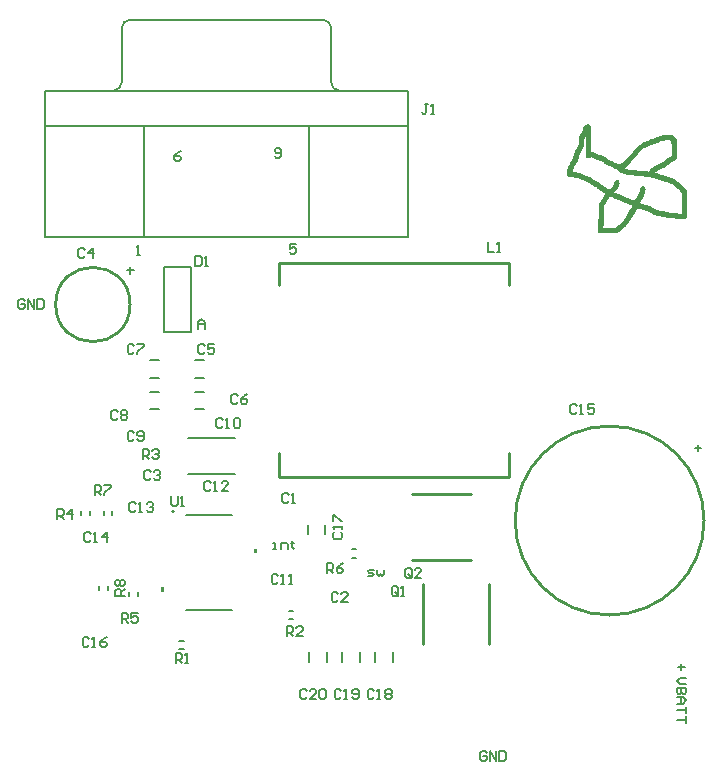
<source format=gto>
G04*
G04 #@! TF.GenerationSoftware,Altium Limited,Altium Designer,19.1.8 (144)*
G04*
G04 Layer_Color=65535*
%FSLAX25Y25*%
%MOIN*%
G70*
G01*
G75*
%ADD10C,0.01000*%
%ADD11C,0.00787*%
%ADD12C,0.00600*%
G36*
X375124Y224750D02*
X374124D01*
Y223250D01*
X375124D01*
Y224750D01*
D02*
G37*
G36*
X405120Y237545D02*
X406120D01*
Y236045D01*
X405120D01*
Y237545D01*
D02*
G37*
G36*
X516832Y379178D02*
X516869D01*
X516943Y379141D01*
X517165Y378956D01*
X517461Y378623D01*
Y369920D01*
X518128Y369772D01*
X518165D01*
X518313Y369735D01*
X518498Y369698D01*
X518683Y369624D01*
X518720D01*
X518832Y369550D01*
X518980Y369513D01*
X519091Y369439D01*
X519128Y369402D01*
X519276Y369328D01*
X519424Y369254D01*
X519572Y369217D01*
X519609D01*
X519683Y369180D01*
X519794Y369143D01*
X519905Y369032D01*
X519943Y368995D01*
X520091Y368921D01*
X520202Y368884D01*
X520387Y368847D01*
X520572Y368773D01*
X520831Y368736D01*
X520942D01*
X521165Y368698D01*
X521461Y368661D01*
X521720Y368550D01*
X521794Y368513D01*
X521942Y368402D01*
X522238Y368180D01*
X522424Y368032D01*
X522609Y367847D01*
X522646Y367810D01*
X522720Y367773D01*
X522942Y367587D01*
X523238Y367365D01*
X523423Y367291D01*
X523571Y367217D01*
X523608D01*
X523645Y367180D01*
X523757D01*
X523905Y367106D01*
X524275Y366958D01*
X524756Y366699D01*
X524793D01*
X524867Y366625D01*
X525016Y366588D01*
X525164Y366477D01*
X525534Y366291D01*
X525682Y366217D01*
X525793Y366143D01*
X525830D01*
X525867Y366106D01*
X525978Y366069D01*
X526126Y365995D01*
X526534Y365810D01*
X526608D01*
X526719Y365773D01*
X526904Y365736D01*
X527015Y365699D01*
X527089D01*
X527200Y365736D01*
X527274Y365810D01*
X527311Y365847D01*
X527423Y365921D01*
X527608Y366032D01*
X527793Y366143D01*
X527867Y366180D01*
X527941Y366254D01*
X528089Y366403D01*
X528311Y366588D01*
X528570Y366847D01*
X528904Y367180D01*
X529311Y367625D01*
X529348Y367699D01*
X529533Y367847D01*
X529755Y368106D01*
X530052Y368402D01*
X530348Y368773D01*
X530718Y369180D01*
X531422Y369994D01*
X531459Y370031D01*
X531570Y370143D01*
X531718Y370328D01*
X531940Y370587D01*
X532162Y370846D01*
X532459Y371179D01*
X533125Y371846D01*
X533162Y371883D01*
X533273Y371994D01*
X533458Y372142D01*
X533644Y372327D01*
X534088Y372661D01*
X534310Y372809D01*
X534458Y372883D01*
X534495D01*
X534569Y372920D01*
X534680Y372957D01*
X534829Y373031D01*
X535014Y373105D01*
X535236Y373179D01*
X535532Y373290D01*
X535569D01*
X535680Y373364D01*
X535865Y373438D01*
X536088Y373549D01*
X536384Y373660D01*
X536680Y373809D01*
X537347Y374105D01*
X537384D01*
X537421Y374142D01*
X537532D01*
X537680Y374179D01*
X537717D01*
X537828Y374216D01*
X537976Y374253D01*
X538161Y374290D01*
X538198D01*
X538309Y374327D01*
X538457Y374364D01*
X538680Y374401D01*
X538717Y374438D01*
X538865Y374475D01*
X539013Y374586D01*
X539161Y374697D01*
X539198D01*
X539235Y374734D01*
X539457Y374845D01*
X539753Y374993D01*
X540087Y375142D01*
X540124D01*
X540161Y375179D01*
X540383Y375253D01*
X540605Y375290D01*
X540864Y375327D01*
X541012D01*
X541124Y375364D01*
X541198Y375401D01*
X541235D01*
X541309Y375438D01*
X541457Y375475D01*
X541938D01*
X542086Y375512D01*
X544753D01*
X546012Y373994D01*
X546086Y367736D01*
X545715Y367328D01*
X545678Y367291D01*
X545641Y367254D01*
X545419Y367032D01*
X545382D01*
X545345Y366958D01*
X545197Y366884D01*
X545160Y366847D01*
X545012Y366810D01*
X544827Y366699D01*
X544604Y366551D01*
X544567Y366514D01*
X544419Y366440D01*
X544271Y366366D01*
X544086Y366254D01*
X544012Y366217D01*
X543938Y366143D01*
X543790Y366032D01*
X543753Y365995D01*
X543642Y365921D01*
X543494Y365847D01*
X543345Y365699D01*
X543308Y365662D01*
X543234Y365625D01*
X543123Y365514D01*
X542975Y365403D01*
X542605Y365107D01*
X542198Y364810D01*
X542161D01*
X542123Y364773D01*
X541864Y364625D01*
X541568Y364477D01*
X541235Y364366D01*
X541161Y364329D01*
X541050Y364292D01*
X540939Y364255D01*
X540753Y364181D01*
X540531Y364070D01*
X540235Y363922D01*
X539939Y363773D01*
X539902Y363736D01*
X539790Y363699D01*
X539642Y363625D01*
X539457Y363514D01*
X539087Y363255D01*
X538902Y363144D01*
X538791Y363033D01*
X538754Y362996D01*
X538717Y362959D01*
X538643Y362885D01*
Y362848D01*
X539161D01*
X539309Y362811D01*
X539494Y362737D01*
X539531D01*
X539679Y362700D01*
X539865Y362626D01*
X540050Y362514D01*
X540087Y362477D01*
X540235Y362440D01*
X540383Y362366D01*
X540568Y362292D01*
X540605D01*
X540679Y362255D01*
X540790Y362218D01*
X540901Y362181D01*
X540976D01*
X541124Y362144D01*
X541272Y362107D01*
X542568Y361737D01*
X542642Y361700D01*
X542753Y361663D01*
X542975Y361589D01*
X543160Y361552D01*
X543234D01*
X543420Y361478D01*
X543716Y361403D01*
X544049Y361292D01*
X544086D01*
X544123Y361255D01*
X544345Y361218D01*
X544641Y361107D01*
X544901Y360996D01*
X544938Y360959D01*
X545012Y360922D01*
X545123Y360848D01*
X545234Y360811D01*
X545308D01*
X545382Y360737D01*
X545493Y360663D01*
X545530Y360626D01*
X545604Y360589D01*
X545715Y360478D01*
X545826Y360330D01*
X545863Y360293D01*
X545974Y360219D01*
X546197Y359996D01*
X546234D01*
X546308Y359959D01*
X546382Y359922D01*
X546419Y359885D01*
X546493Y359848D01*
X546567Y359811D01*
X546715Y359737D01*
X546863Y359589D01*
X547086Y359404D01*
X547345Y359182D01*
X547678Y358886D01*
X547715Y358849D01*
X547826Y358737D01*
X547974Y358589D01*
X548196Y358404D01*
X548604Y357960D01*
X548752Y357775D01*
X548900Y357589D01*
X548937Y357552D01*
X549011Y357404D01*
X549122Y357219D01*
X549270Y357034D01*
X549307D01*
X549344Y356960D01*
Y356849D01*
X549381Y356738D01*
X549418Y356553D01*
Y356293D01*
Y356256D01*
Y356145D01*
X549455Y355923D01*
Y355553D01*
Y355331D01*
Y355071D01*
X549492Y354775D01*
Y354442D01*
Y354035D01*
Y353627D01*
Y353146D01*
Y352590D01*
Y348332D01*
X548789Y347628D01*
X546086D01*
X545641Y347665D01*
X545567D01*
X545345Y347702D01*
X545086Y347740D01*
X544864Y347777D01*
X544827D01*
X544715Y347814D01*
X544530Y347851D01*
X544271Y347888D01*
X544197D01*
X544049Y347925D01*
X543494D01*
X543345Y347962D01*
X543086D01*
X542790Y347999D01*
X542716D01*
X542531Y348036D01*
X542272Y348110D01*
X541975Y348147D01*
X541901Y348184D01*
X541753Y348221D01*
X541531Y348258D01*
X541272Y348295D01*
X541235D01*
X541087Y348332D01*
X540901Y348369D01*
X540642D01*
X540457Y348406D01*
X540272Y348443D01*
X540235D01*
X540124Y348480D01*
X539939Y348554D01*
X539753Y348591D01*
X539716D01*
X539605Y348628D01*
X539420Y348665D01*
X539235Y348702D01*
X539198D01*
X539087Y348739D01*
X538939Y348776D01*
X538680D01*
X538531Y348813D01*
X538457Y348887D01*
Y348924D01*
X538383Y348961D01*
X538309Y348998D01*
X538161D01*
X538087Y349036D01*
X537939Y349147D01*
X537754Y349295D01*
X537680Y349369D01*
X537606Y349406D01*
X537495Y349517D01*
X537310Y349628D01*
X537124Y349739D01*
X536865Y349850D01*
X536532Y349998D01*
X536495Y350035D01*
X536384Y350072D01*
X536199Y350146D01*
X535939Y350220D01*
X535643Y350332D01*
X535347Y350443D01*
X534606Y350665D01*
X534569D01*
X534421Y350702D01*
X534236Y350776D01*
X534051Y350813D01*
X534014D01*
X533903Y350850D01*
X533644Y350998D01*
X533606Y351035D01*
X533495Y351072D01*
X533347Y351109D01*
X533236Y351146D01*
X533199D01*
X533125Y351109D01*
X532977Y350961D01*
X532866Y350850D01*
X532755Y350702D01*
X532718Y350628D01*
X532644Y350517D01*
X532570Y350406D01*
X532459Y350220D01*
X532310Y349998D01*
X532162Y349776D01*
X532014Y349480D01*
X531607Y348702D01*
X531570Y348628D01*
X531496Y348517D01*
X531385Y348369D01*
X531311Y348258D01*
X531274Y348221D01*
X531200Y348110D01*
X531125Y347962D01*
X531051Y347851D01*
X531014Y347777D01*
X530940Y347702D01*
X530829Y347554D01*
X530089Y346480D01*
X529792Y346036D01*
Y345999D01*
X529718Y345925D01*
X529607Y345740D01*
X529422Y345555D01*
X529385Y345518D01*
X529237Y345370D01*
X529015Y345184D01*
X528793Y344962D01*
X526830Y343333D01*
X526793D01*
X526756Y343259D01*
X526571Y343111D01*
X526349Y342963D01*
X526275Y342888D01*
X526200Y342851D01*
X526126D01*
X525978Y342814D01*
X525756D01*
X525571Y342777D01*
X524830D01*
X524497Y342740D01*
X520276D01*
X519943Y343037D01*
X519905Y343074D01*
X519831Y343185D01*
X519757Y343296D01*
X519720Y343444D01*
Y343481D01*
Y343629D01*
Y343851D01*
Y344037D01*
Y344259D01*
X519794Y345036D01*
X519868Y345777D01*
Y345851D01*
Y345925D01*
X519905Y346073D01*
Y346258D01*
Y346480D01*
X519943Y346777D01*
Y347147D01*
Y347184D01*
Y347332D01*
Y347554D01*
X519979Y347888D01*
Y348258D01*
Y348665D01*
Y349147D01*
Y349628D01*
Y352813D01*
X520461Y353220D01*
X520498Y353257D01*
X520572Y353331D01*
X520683Y353479D01*
X520794Y353664D01*
X520831Y353701D01*
X520905Y353812D01*
X521016Y353960D01*
X521090Y354109D01*
X521127Y354146D01*
X521165Y354220D01*
X521313Y354479D01*
X521350Y354516D01*
X521387Y354590D01*
X521461Y354701D01*
X521535Y354775D01*
X521572Y354812D01*
X521683Y354923D01*
X521757Y355071D01*
X521794Y355257D01*
Y355294D01*
X521831Y355442D01*
X521905Y355590D01*
X522016Y355775D01*
X522238Y356034D01*
X521127Y356664D01*
X521090Y356701D01*
X521016Y356738D01*
X520868Y356849D01*
X520683Y356960D01*
X520646Y356997D01*
X520498Y357108D01*
X520276Y357256D01*
X520053Y357478D01*
X519979Y357515D01*
X519831Y357663D01*
X519609Y357849D01*
X519313Y358034D01*
X519239Y358071D01*
X519054Y358219D01*
X518832Y358330D01*
X518572Y358478D01*
X518535Y358515D01*
X518387Y358589D01*
X518202Y358663D01*
X517980Y358774D01*
X517943Y358811D01*
X517832Y358886D01*
X517684Y358960D01*
X517610Y359034D01*
X517535Y359108D01*
X517424Y359145D01*
X517313Y359256D01*
X517128Y359367D01*
X516906Y359478D01*
X516647Y359626D01*
X516351Y359774D01*
X516314Y359811D01*
X516202Y359848D01*
X516054Y359922D01*
X515832Y360033D01*
X515351Y360256D01*
X514795Y360441D01*
X514758D01*
X514610Y360515D01*
X514425Y360552D01*
X514166Y360663D01*
X514092Y360700D01*
X513944Y360774D01*
X513721Y360885D01*
X513462Y360996D01*
X513425D01*
X513388Y361033D01*
X513166Y361144D01*
X512870Y361218D01*
X512610Y361292D01*
X512536D01*
X512462Y361330D01*
X512166D01*
X511944Y361367D01*
X510463D01*
X510278Y361403D01*
X510129D01*
X510018Y361441D01*
X509870Y361515D01*
X509722Y361663D01*
X509685Y361700D01*
X509648Y361811D01*
X509500Y362070D01*
Y362107D01*
Y362255D01*
Y362477D01*
Y362663D01*
Y362848D01*
Y362922D01*
X509537Y363070D01*
Y363329D01*
X509574Y363662D01*
X509722Y364366D01*
X509833Y364662D01*
X509944Y364958D01*
X510315Y365699D01*
Y365736D01*
X510352Y365773D01*
X510426Y365921D01*
X510537Y366143D01*
X510611Y366329D01*
X511092Y367069D01*
X511129Y367106D01*
X511166Y367217D01*
X511240Y367365D01*
X511351Y367550D01*
X511537Y367995D01*
X511574Y368254D01*
X511611Y368513D01*
Y368550D01*
Y368661D01*
X511648Y368810D01*
X511722Y368995D01*
X511759Y369069D01*
X511796Y369143D01*
X511833Y369291D01*
X511981Y369735D01*
Y369772D01*
X512018Y369883D01*
X512092Y370069D01*
X512203Y370291D01*
X512240Y370365D01*
X512351Y370513D01*
X512462Y370735D01*
X512610Y370994D01*
X512647Y371031D01*
X512722Y371142D01*
X512796Y371290D01*
X512907Y371476D01*
X513166Y371920D01*
X513240Y372142D01*
X513314Y372327D01*
Y372364D01*
X513351Y372439D01*
Y372550D01*
X513388Y372698D01*
X513425Y372920D01*
X513462Y373216D01*
X513499Y373549D01*
Y373957D01*
Y373994D01*
Y374105D01*
Y374253D01*
X513536Y374475D01*
Y374883D01*
X513573Y375068D01*
Y375216D01*
Y375290D01*
X513647Y375401D01*
X513721Y375549D01*
X513833Y375697D01*
X513869Y375771D01*
X513981Y375919D01*
X514129Y376216D01*
X514314Y376586D01*
Y376623D01*
X514351Y376697D01*
X514425Y376808D01*
X514499Y376956D01*
X514647Y377326D01*
X514795Y377808D01*
X514832Y377882D01*
X514906Y378030D01*
X515018Y378252D01*
X515203Y378511D01*
X515388Y378771D01*
X515684Y378993D01*
X515980Y379141D01*
X516351Y379215D01*
X516684D01*
X516832Y379178D01*
D02*
G37*
%LPC*%
G36*
X543938Y373846D02*
X542901Y373772D01*
X542679D01*
X542531Y373734D01*
X542123Y373697D01*
X541642Y373623D01*
X541124Y373512D01*
X540568Y373364D01*
X540087Y373142D01*
X539679Y372883D01*
X539605Y372846D01*
X539531Y372809D01*
X539383Y372735D01*
X539346D01*
X539235Y372698D01*
X539087Y372661D01*
X538865Y372624D01*
X538828D01*
X538680Y372587D01*
X538494Y372550D01*
X538272Y372476D01*
X538235D01*
X538087Y372401D01*
X537902Y372327D01*
X537717Y372253D01*
X536532Y371809D01*
X536051Y371550D01*
X536014D01*
X535865Y371476D01*
X535717Y371402D01*
X535532Y371328D01*
X535495D01*
X535421Y371290D01*
X535310Y371253D01*
X535162D01*
X535014Y371179D01*
X534866Y371105D01*
X534717Y370994D01*
X534569Y370846D01*
X534347Y370661D01*
X534310Y370624D01*
X534273Y370587D01*
X534051Y370328D01*
X533755Y370031D01*
X533495Y369735D01*
X533458Y369661D01*
X533384Y369550D01*
X533236Y369402D01*
X533051Y369143D01*
X532792Y368847D01*
X532422Y368439D01*
X531977Y367958D01*
X531903Y367884D01*
X531755Y367736D01*
X531496Y367439D01*
X531163Y367106D01*
X530792Y366662D01*
X530348Y366217D01*
X529385Y365218D01*
X528570Y364329D01*
X528904Y364218D01*
X528941D01*
X529015Y364181D01*
X529163Y364144D01*
X529459Y364107D01*
X529830Y364033D01*
X530089Y363996D01*
X530385Y363959D01*
X530718Y363922D01*
X531088Y363884D01*
X531496Y363810D01*
X531977Y363773D01*
X532866Y363699D01*
X532940D01*
X533125Y363662D01*
X533384Y363625D01*
X533569Y363588D01*
X533606D01*
X533755Y363551D01*
X533977D01*
X534236Y363514D01*
X534495D01*
X534717Y363477D01*
X534977D01*
X535717Y363440D01*
X535939D01*
X536088Y363403D01*
X536310D01*
X536421Y363366D01*
X536606Y363329D01*
X536754D01*
X536791Y363366D01*
X536828Y363440D01*
X536902Y363551D01*
X536939Y363588D01*
X536976Y363699D01*
X537013Y363847D01*
Y363959D01*
Y363996D01*
X537050Y364033D01*
X537124Y364107D01*
X537235Y364255D01*
X537421Y364403D01*
X537717Y364588D01*
X538087Y364847D01*
X538606Y365107D01*
X539457Y365551D01*
X539902Y365810D01*
X539939Y365847D01*
X540087Y365921D01*
X540235Y365995D01*
X540420Y366032D01*
X540457D01*
X540605Y366106D01*
X540864Y366180D01*
X541198Y366366D01*
X541235D01*
X541309Y366440D01*
X541420Y366477D01*
X541531Y366588D01*
X541901Y366847D01*
X542272Y367180D01*
X542753Y367587D01*
X542790Y367625D01*
X542864Y367662D01*
X542938Y367699D01*
X543012Y367736D01*
X543086D01*
X543160Y367773D01*
X543271Y367847D01*
X543753Y368143D01*
X544382Y368513D01*
X544345Y370846D01*
Y370920D01*
Y371105D01*
Y371365D01*
X544308Y371661D01*
Y372364D01*
X544271Y372661D01*
Y372883D01*
Y372920D01*
Y372957D01*
X544234Y373142D01*
X544197Y373364D01*
X544160Y373438D01*
X544123Y373512D01*
X543938Y373846D01*
D02*
G37*
G36*
X515721Y375216D02*
X515499Y374993D01*
X515462Y374956D01*
X515425Y374883D01*
X515351Y374771D01*
X515314Y374549D01*
Y374475D01*
Y374401D01*
X515277Y374290D01*
Y374142D01*
Y373920D01*
X515240Y373660D01*
Y373364D01*
Y373327D01*
Y373179D01*
X515203Y372994D01*
X515166Y372772D01*
X515092Y372216D01*
X515018Y371957D01*
X514980Y371698D01*
Y371661D01*
X514943Y371624D01*
X514906Y371365D01*
X514795Y371068D01*
X514610Y370772D01*
X514573Y370735D01*
X514536Y370661D01*
X514462Y370550D01*
X514351Y370365D01*
X514203Y370143D01*
X514055Y369883D01*
X513907Y369587D01*
X513721Y369254D01*
Y369217D01*
X513647Y369106D01*
X513610Y368921D01*
X513536Y368698D01*
X513388Y368180D01*
X513351Y367921D01*
X513314Y367699D01*
Y367662D01*
Y367587D01*
X513240Y367439D01*
X513166Y367254D01*
X513129Y367217D01*
X513092Y367069D01*
X512981Y366847D01*
X512870Y366625D01*
X512833Y366588D01*
X512796Y366440D01*
X512685Y366254D01*
X512573Y366032D01*
X512425Y365736D01*
X512240Y365440D01*
X511907Y364810D01*
Y364773D01*
X511833Y364699D01*
X511759Y364551D01*
X511685Y364403D01*
X511537Y364033D01*
X511463Y363884D01*
X511426Y363736D01*
X511314Y363292D01*
Y363218D01*
X511388Y363181D01*
X511500Y363107D01*
X511537D01*
X511722Y363070D01*
X512018D01*
X512203Y363033D01*
X512722D01*
X512907Y362996D01*
X513240Y362959D01*
X513388D01*
X513536Y362922D01*
X513610D01*
X513721Y362885D01*
X513907Y362848D01*
X514055Y362737D01*
X514092Y362700D01*
X514203Y362663D01*
X514351Y362551D01*
X514573Y362440D01*
X514647Y362403D01*
X514795Y362366D01*
X514980Y362292D01*
X515240Y362218D01*
X516240Y361848D01*
X516277D01*
X516425Y361774D01*
X516610Y361700D01*
X516832Y361626D01*
X516869D01*
X516943Y361589D01*
X517054Y361515D01*
X517202Y361403D01*
X518091Y360848D01*
X518128Y360811D01*
X518239Y360737D01*
X518387Y360626D01*
X518572Y360515D01*
X518646Y360478D01*
X518720Y360404D01*
X518832Y360330D01*
X518869D01*
X518980Y360256D01*
X519202Y360144D01*
X519239D01*
X519313Y360107D01*
X519461Y360070D01*
X519609Y359959D01*
X519646D01*
X519757Y359885D01*
X519905Y359811D01*
X520016Y359700D01*
X520053Y359663D01*
X520202Y359515D01*
X520350Y359404D01*
X520461Y359330D01*
X520498D01*
X520609Y359256D01*
X520757Y359145D01*
X521053Y358960D01*
X521090Y358923D01*
X521202Y358849D01*
X521350Y358737D01*
X521535Y358589D01*
X521757Y358404D01*
X522053Y358219D01*
X522646Y357812D01*
X522683Y357775D01*
X522794Y357738D01*
X522942Y357663D01*
X523127Y357589D01*
X523497Y357404D01*
X523682Y357367D01*
X523794D01*
X523831Y357404D01*
X523868Y357478D01*
X523979Y357589D01*
X524090Y357738D01*
X524719Y358441D01*
X524756Y358478D01*
X524830Y358589D01*
X524941Y358737D01*
X525016Y358923D01*
X525053Y358960D01*
X525090Y359071D01*
X525127Y359219D01*
X525201Y359441D01*
Y359478D01*
X525238Y359626D01*
X525275Y359811D01*
X525386Y360033D01*
X525497Y360219D01*
X525682Y360441D01*
X525904Y360552D01*
X526163Y360626D01*
X526200D01*
X526349Y360589D01*
X526497Y360552D01*
X526682Y360404D01*
X526830Y360219D01*
X526941Y359922D01*
X526978Y359478D01*
X526941Y359219D01*
X526904Y358923D01*
Y358886D01*
Y358849D01*
X526830Y358626D01*
X526756Y358367D01*
X526608Y358071D01*
X526571Y357997D01*
X526460Y357849D01*
X526238Y357552D01*
X525904Y357145D01*
X525238Y356367D01*
X525497Y356330D01*
X525534D01*
X525608Y356293D01*
X525719Y356256D01*
X525904Y356182D01*
X526423Y355923D01*
X526460D01*
X526608Y355849D01*
X526793Y355775D01*
X526978Y355701D01*
X527015D01*
X527163Y355664D01*
X527311Y355627D01*
X527460Y355590D01*
X527534Y355553D01*
X527682Y355516D01*
X527830Y355405D01*
X527978Y355294D01*
X528015Y355257D01*
X528089Y355220D01*
X528348Y355071D01*
X528756Y354886D01*
X528793Y354849D01*
X528941Y354812D01*
X529089Y354701D01*
X529311Y354590D01*
X529385Y354553D01*
X529496Y354516D01*
X529644Y354479D01*
X529792Y354442D01*
X529867D01*
X529941Y354405D01*
X530052Y354368D01*
X530237Y354331D01*
X530459Y354257D01*
X530755Y354109D01*
X531125Y353960D01*
X531163D01*
X531311Y353886D01*
X531533Y353812D01*
X531792Y353738D01*
X532014D01*
X532125Y353849D01*
X532162Y353886D01*
X532273Y354035D01*
X532347Y354146D01*
X532459Y354331D01*
X532607Y354516D01*
X532755Y354775D01*
Y354812D01*
X532792Y354849D01*
X532903Y355034D01*
X533051Y355331D01*
X533236Y355701D01*
X533421Y356071D01*
X533569Y356479D01*
X533681Y356886D01*
X533755Y357256D01*
Y357293D01*
Y357404D01*
X533792Y357515D01*
X533829Y357589D01*
X533866D01*
X533903Y357663D01*
X533940Y357700D01*
Y357812D01*
Y357849D01*
X533977Y357960D01*
X534088Y358108D01*
X534236Y358256D01*
X534273Y358293D01*
X534421Y358367D01*
X534569Y358441D01*
X534792Y358478D01*
X534940D01*
X535051Y358441D01*
X535236Y358367D01*
X535384Y358219D01*
X535495Y358071D01*
X535606Y357812D01*
X535643Y357478D01*
Y357441D01*
Y357330D01*
X535606Y357034D01*
Y356997D01*
X535569Y356960D01*
X535495Y356812D01*
X535458Y356738D01*
Y356627D01*
X535421Y356404D01*
Y356367D01*
Y356219D01*
X535384Y356071D01*
X535310Y355960D01*
X535273Y355886D01*
X535236Y355812D01*
Y355701D01*
Y355664D01*
X535199Y355590D01*
X535162Y355405D01*
X535051Y355183D01*
X535014Y355108D01*
X534940Y354960D01*
X534866Y354775D01*
X534717Y354516D01*
X534125Y353590D01*
X534088Y353516D01*
X534014Y353368D01*
X533903Y353183D01*
X533829Y352998D01*
Y352961D01*
Y352924D01*
X533866Y352850D01*
X533940Y352813D01*
X533977D01*
X534051Y352776D01*
X534199Y352738D01*
X534421Y352627D01*
X534495Y352590D01*
X534643Y352553D01*
X534792Y352479D01*
X534940Y352442D01*
X535014D01*
X535088Y352405D01*
X535199Y352368D01*
X535384Y352331D01*
X535569Y352257D01*
X535828Y352183D01*
X536162Y352072D01*
X536199D01*
X536310Y352035D01*
X536495Y351961D01*
X536717Y351887D01*
X537198Y351702D01*
X537717Y351480D01*
X537754Y351443D01*
X537865Y351405D01*
X538013Y351294D01*
X538198Y351183D01*
X538235D01*
X538346Y351109D01*
X538457Y351035D01*
X538531Y350924D01*
X538568Y350887D01*
X538680Y350813D01*
X538828Y350739D01*
X538939Y350702D01*
X539050D01*
X539124Y350665D01*
X539198Y350591D01*
X539272Y350554D01*
X539420Y350517D01*
X539679D01*
X539790Y350480D01*
X539939Y350443D01*
X539976D01*
X540087Y350406D01*
X540235Y350369D01*
X540420Y350294D01*
X540457D01*
X540568Y350220D01*
X540716Y350183D01*
X540939Y350109D01*
X541124D01*
X541309Y350072D01*
X541790D01*
X542012Y350035D01*
X542123Y349998D01*
X542198Y349961D01*
X542235D01*
X542346Y349887D01*
X542457Y349850D01*
X542605Y349813D01*
X542753Y349776D01*
X542975Y349739D01*
X543086D01*
X543234Y349702D01*
X543382D01*
X543827Y349665D01*
X544790D01*
X545049Y349628D01*
X545123D01*
X545234Y349591D01*
X545382Y349554D01*
X545530Y349517D01*
X545567D01*
X545641Y349480D01*
X545826Y349443D01*
X546049Y349369D01*
X546308D01*
X546567Y349332D01*
X547752D01*
Y352664D01*
Y352701D01*
Y352738D01*
Y352850D01*
Y352998D01*
Y353368D01*
Y353775D01*
Y354257D01*
Y354701D01*
X547715Y355108D01*
Y355442D01*
Y355479D01*
Y355553D01*
Y355812D01*
X547678Y356034D01*
X547641Y356108D01*
X547604Y356145D01*
Y356182D01*
X547530Y356256D01*
X547456Y356441D01*
Y356479D01*
X547345Y356627D01*
X547271Y356738D01*
X547159Y356849D01*
X547011Y357034D01*
X546789Y357256D01*
X546752Y357293D01*
X546678Y357367D01*
X546567Y357478D01*
X546419Y357627D01*
X546086Y357960D01*
X545715Y358256D01*
X545308Y358515D01*
X544901Y358886D01*
X544827Y358923D01*
X544678Y359071D01*
X544345Y359219D01*
X544160Y359330D01*
X543901Y359441D01*
X543864D01*
X543790Y359478D01*
X543642Y359552D01*
X543494Y359589D01*
X543049Y359737D01*
X542568Y359848D01*
X541975Y359996D01*
X541309Y360219D01*
X541272Y360256D01*
X541124Y360293D01*
X540939Y360367D01*
X540716Y360441D01*
X540679D01*
X540568Y360478D01*
X540457Y360515D01*
X540272D01*
X540161Y360552D01*
X540013Y360589D01*
X539976D01*
X539865Y360626D01*
X539716Y360700D01*
X539531Y360774D01*
X539494Y360811D01*
X539383Y360848D01*
X539161Y360922D01*
X538902Y360996D01*
X538828Y361033D01*
X538643Y361070D01*
X538383Y361144D01*
X538087Y361218D01*
X537087Y361367D01*
X536162Y361552D01*
X536088Y361589D01*
X535902Y361626D01*
X535606Y361663D01*
X535273Y361737D01*
X535199D01*
X534977Y361774D01*
X534717Y361811D01*
X533940D01*
X533644Y361848D01*
X533569D01*
X533421Y361885D01*
X533199D01*
X532977Y361922D01*
X532940D01*
X532792Y361959D01*
X532570D01*
X532236Y361996D01*
X531348Y362107D01*
X531274D01*
X531088Y362144D01*
X530792Y362181D01*
X530422Y362218D01*
X529607Y362292D01*
X529237Y362366D01*
X528904Y362403D01*
X528867D01*
X528793Y362440D01*
X528645Y362477D01*
X528496Y362514D01*
X528200Y362589D01*
X528052Y362663D01*
X527978Y362700D01*
X527941Y362737D01*
X527904Y362774D01*
X527793Y362811D01*
X527719Y362848D01*
X527682D01*
X527608Y362922D01*
X527423Y362996D01*
X527163Y363181D01*
X527089Y363218D01*
X526941Y363366D01*
X526719Y363551D01*
X526497Y363736D01*
X526460Y363773D01*
X526349Y363884D01*
X526200Y363959D01*
X526089Y363996D01*
X526052D01*
X526015Y364033D01*
X525904Y364070D01*
X525756Y364107D01*
X525423Y364255D01*
X524756Y364662D01*
X524719D01*
X524645Y364736D01*
X524497Y364810D01*
X524349Y364884D01*
X523905Y365070D01*
X523460Y365292D01*
X523423D01*
X523349Y365329D01*
X523127Y365440D01*
X522868Y365551D01*
X522757Y365588D01*
X522683Y365625D01*
X522646D01*
X522609Y365662D01*
X522461Y365699D01*
X522275Y365810D01*
X522238Y365847D01*
X522127Y365958D01*
X521942Y366106D01*
X521720Y366291D01*
X521683Y366329D01*
X521646Y366366D01*
X521424Y366551D01*
X521165Y366736D01*
X520942Y366884D01*
X520905Y366921D01*
X520757Y366958D01*
X520535Y366995D01*
X520239Y367032D01*
X520165D01*
X519979Y367069D01*
X519757Y367106D01*
X519498Y367180D01*
X519461Y367217D01*
X519313Y367254D01*
X519091Y367402D01*
X518832Y367550D01*
X518794Y367587D01*
X518720Y367625D01*
X518572Y367699D01*
X518424Y367773D01*
X518054Y367958D01*
X517721Y368069D01*
X517647D01*
X517498Y368106D01*
X517313Y368069D01*
X517128Y367958D01*
X517091Y367921D01*
X516980Y367847D01*
X516832Y367773D01*
X516573Y367736D01*
X516536D01*
X516388Y367773D01*
X516202Y367847D01*
X516017Y367958D01*
X515721Y368217D01*
Y375216D01*
D02*
G37*
G36*
X523868Y354886D02*
X523682D01*
X523571Y354812D01*
X523497Y354701D01*
Y354664D01*
X523460Y354553D01*
X523423Y354442D01*
X523312Y354294D01*
X523275Y354220D01*
X523127Y354035D01*
X522942Y353701D01*
X522905Y353627D01*
X522831Y353479D01*
X522720Y353294D01*
X522609Y353072D01*
X522572Y353035D01*
X522498Y352887D01*
X522349Y352701D01*
X522127Y352442D01*
X521757Y351961D01*
X521683Y348369D01*
X521646Y345814D01*
Y345777D01*
Y345629D01*
Y345481D01*
X521609Y345258D01*
Y345036D01*
X521572Y344851D01*
X521535Y344703D01*
X521498Y344592D01*
Y344518D01*
X521572Y344481D01*
X521646Y344444D01*
X525238D01*
X525386Y344481D01*
X525571Y344555D01*
X525608Y344592D01*
X525645Y344629D01*
X525682Y344666D01*
X525719Y344703D01*
X525793Y344740D01*
X525941D01*
X526015Y344777D01*
X526089Y344851D01*
X526200Y344999D01*
Y345036D01*
X526275Y345073D01*
X526386Y345221D01*
X526571Y345370D01*
X526608Y345407D01*
X526756Y345555D01*
X526978Y345703D01*
X527237Y345925D01*
X527311Y345962D01*
X527460Y346110D01*
X527682Y346295D01*
X527904Y346517D01*
X527941Y346554D01*
X528052Y346703D01*
X528200Y346814D01*
X528274Y346962D01*
X528311Y346999D01*
X528348Y347110D01*
X528422Y347221D01*
X528496Y347295D01*
X528570Y347369D01*
X528682Y347517D01*
X528830Y347702D01*
Y347740D01*
X528867Y347777D01*
X528941Y347851D01*
X529015Y347999D01*
X529126Y348147D01*
X529274Y348369D01*
X529422Y348628D01*
X529607Y348924D01*
X530607Y350702D01*
X530644Y350739D01*
X530718Y350850D01*
X530792Y350998D01*
X530903Y351109D01*
X530940Y351146D01*
X530977Y351220D01*
X531014Y351331D01*
X531051Y351405D01*
Y351443D01*
X531088Y351480D01*
X531163Y351591D01*
X531237Y351665D01*
X531274Y351702D01*
X531348Y351776D01*
Y351813D01*
Y351887D01*
X531274Y351924D01*
X531163Y351998D01*
X531088Y352035D01*
X530977Y352072D01*
X530792Y352146D01*
X530533Y352257D01*
X530163Y352405D01*
X529718Y352553D01*
X529126Y352738D01*
X529052Y352776D01*
X528904Y352813D01*
X528645Y352924D01*
X528311Y353035D01*
X528237Y353072D01*
X528052Y353183D01*
X527830Y353294D01*
X527645Y353405D01*
X527608Y353442D01*
X527497Y353516D01*
X527349Y353590D01*
X527163Y353701D01*
X527126Y353738D01*
X527015Y353775D01*
X526867Y353849D01*
X526756Y353886D01*
X526719D01*
X526682Y353924D01*
X526571Y353960D01*
X526386Y353997D01*
X525941Y354183D01*
X525904D01*
X525867Y354220D01*
X525756Y354294D01*
X525608Y354331D01*
X525238Y354479D01*
X524793Y354664D01*
X524756D01*
X524682Y354701D01*
X524460Y354775D01*
X524164Y354849D01*
X523868Y354886D01*
D02*
G37*
%LPD*%
D10*
X555154Y247000D02*
G03*
X555154Y247000I-31496J0D01*
G01*
X363823Y319000D02*
G03*
X363823Y319000I-12402J0D01*
G01*
X457815Y256000D02*
X477500D01*
X457815Y234000D02*
X477500D01*
X483500Y206000D02*
Y225685D01*
X461500Y206000D02*
Y225685D01*
X413500Y261500D02*
X490000Y261500D01*
X413500Y333000D02*
X490000Y333000D01*
Y325500D02*
Y333000D01*
Y261500D02*
Y269500D01*
X413500Y261500D02*
Y269500D01*
Y325500D02*
Y333000D01*
D11*
X430835Y411197D02*
G03*
X428098Y413933I-2736J0D01*
G01*
X430854Y393067D02*
G03*
X433591Y390331I2736J0D01*
G01*
X363807Y413933D02*
G03*
X361071Y411197I0J-2736D01*
G01*
X358315Y390331D02*
G03*
X361051Y393067I0J2736D01*
G01*
X430854D02*
Y411177D01*
X361051Y393067D02*
Y411177D01*
X368394Y341492D02*
Y378500D01*
X335323Y390311D02*
X456583D01*
X423512Y341492D02*
Y378500D01*
X335323Y341492D02*
X456583D01*
X363807Y413933D02*
X428098D01*
X335323Y341492D02*
Y390311D01*
X456583Y341492D02*
Y390311D01*
X335323Y378500D02*
X456583D01*
X370425Y284047D02*
X373575D01*
X370425Y289953D02*
X373575D01*
X370425Y294547D02*
X373575D01*
X370425Y300453D02*
X373575D01*
X385425Y289953D02*
X388575D01*
X385425Y284047D02*
X388575D01*
X385425Y300453D02*
X388575D01*
X385425Y294547D02*
X388575D01*
X429453Y199925D02*
Y203075D01*
X423547Y199925D02*
Y203075D01*
X416713Y214122D02*
X418287D01*
X416713Y216878D02*
X418287D01*
X440453Y199925D02*
Y203075D01*
X434547Y199925D02*
Y203075D01*
X451453Y199925D02*
Y203075D01*
X445547Y199925D02*
Y203075D01*
X437713Y237378D02*
X439287D01*
X437713Y234622D02*
X439287D01*
X423047Y242425D02*
Y245575D01*
X428953Y242425D02*
Y245575D01*
X383126Y274504D02*
X398874D01*
X383126Y262496D02*
X398874D01*
X380213Y204122D02*
X381787D01*
X380213Y206878D02*
X381787D01*
X353622Y223713D02*
Y225287D01*
X356378Y223713D02*
Y225287D01*
X366378Y221713D02*
Y223287D01*
X363622Y221713D02*
Y223287D01*
X347622Y248760D02*
Y250335D01*
X350378Y248760D02*
Y250335D01*
X357878Y248760D02*
Y250335D01*
X355122Y248760D02*
Y250335D01*
D12*
X378422Y249957D02*
G03*
X378422Y249957I-300J0D01*
G01*
X382605Y248811D02*
X397639D01*
X382605Y217102D02*
X397639D01*
X375000Y309858D02*
X384000D01*
Y331358D01*
X375000D02*
X384000D01*
X375000Y309858D02*
Y331358D01*
X512633Y285166D02*
X512100Y285699D01*
X511033D01*
X510500Y285166D01*
Y283033D01*
X511033Y282500D01*
X512100D01*
X512633Y283033D01*
X513699Y282500D02*
X514765D01*
X514232D01*
Y285699D01*
X513699Y285166D01*
X518497Y285699D02*
X516365D01*
Y284100D01*
X517431Y284633D01*
X517964D01*
X518497Y284100D01*
Y283033D01*
X517964Y282500D01*
X516898D01*
X516365Y283033D01*
X457633Y228533D02*
Y230666D01*
X457099Y231199D01*
X456033D01*
X455500Y230666D01*
Y228533D01*
X456033Y228000D01*
X457099D01*
X456566Y229066D02*
X457633Y228000D01*
X457099D02*
X457633Y228533D01*
X460832Y228000D02*
X458699D01*
X460832Y230133D01*
Y230666D01*
X460298Y231199D01*
X459232D01*
X458699Y230666D01*
X453133Y222533D02*
Y224666D01*
X452599Y225199D01*
X451533D01*
X451000Y224666D01*
Y222533D01*
X451533Y222000D01*
X452599D01*
X452066Y223066D02*
X453133Y222000D01*
X452599D02*
X453133Y222533D01*
X454199Y222000D02*
X455265D01*
X454732D01*
Y225199D01*
X454199Y224666D01*
X380633Y370199D02*
X379566Y369666D01*
X378500Y368600D01*
Y367533D01*
X379033Y367000D01*
X380100D01*
X380633Y367533D01*
Y368066D01*
X380100Y368600D01*
X378500D01*
X412000Y368533D02*
X412533Y368000D01*
X413599D01*
X414133Y368533D01*
Y370666D01*
X413599Y371199D01*
X412533D01*
X412000Y370666D01*
Y370133D01*
X412533Y369600D01*
X414133D01*
X419133Y339199D02*
X417000D01*
Y337599D01*
X418066Y338133D01*
X418600D01*
X419133Y337599D01*
Y336533D01*
X418600Y336000D01*
X417533D01*
X417000Y336533D01*
X366000Y335500D02*
X367066D01*
X366533D01*
Y338699D01*
X366000Y338166D01*
X348633Y337166D02*
X348099Y337699D01*
X347033D01*
X346500Y337166D01*
Y335033D01*
X347033Y334500D01*
X348099D01*
X348633Y335033D01*
X351298Y334500D02*
Y337699D01*
X349699Y336100D01*
X351832D01*
X365000Y330400D02*
X362867D01*
X363934Y329334D02*
Y331467D01*
X411500Y237500D02*
X412566D01*
X412033D01*
Y239633D01*
X411500D01*
X414166Y237500D02*
Y239633D01*
X415765D01*
X416298Y239100D01*
Y237500D01*
X417898Y240166D02*
Y239633D01*
X417365D01*
X418431D01*
X417898D01*
Y238033D01*
X418431Y237500D01*
X443000Y228500D02*
X444599D01*
X445133Y229033D01*
X444599Y229566D01*
X443533D01*
X443000Y230100D01*
X443533Y230633D01*
X445133D01*
X446199D02*
Y229033D01*
X446732Y228500D01*
X447265Y229033D01*
X447798Y228500D01*
X448332Y229033D01*
Y230633D01*
X394633Y280666D02*
X394099Y281199D01*
X393033D01*
X392500Y280666D01*
Y278533D01*
X393033Y278000D01*
X394099D01*
X394633Y278533D01*
X395699Y278000D02*
X396765D01*
X396232D01*
Y281199D01*
X395699Y280666D01*
X398365D02*
X398898Y281199D01*
X399964D01*
X400497Y280666D01*
Y278533D01*
X399964Y278000D01*
X398898D01*
X398365Y278533D01*
Y280666D01*
X365133Y276166D02*
X364599Y276699D01*
X363533D01*
X363000Y276166D01*
Y274033D01*
X363533Y273500D01*
X364599D01*
X365133Y274033D01*
X366199D02*
X366732Y273500D01*
X367798D01*
X368332Y274033D01*
Y276166D01*
X367798Y276699D01*
X366732D01*
X366199Y276166D01*
Y275633D01*
X366732Y275099D01*
X368332D01*
X359633Y283166D02*
X359100Y283699D01*
X358033D01*
X357500Y283166D01*
Y281033D01*
X358033Y280500D01*
X359100D01*
X359633Y281033D01*
X360699Y283166D02*
X361232Y283699D01*
X362298D01*
X362832Y283166D01*
Y282633D01*
X362298Y282100D01*
X362832Y281566D01*
Y281033D01*
X362298Y280500D01*
X361232D01*
X360699Y281033D01*
Y281566D01*
X361232Y282100D01*
X360699Y282633D01*
Y283166D01*
X361232Y282100D02*
X362298D01*
X365133Y305166D02*
X364599Y305699D01*
X363533D01*
X363000Y305166D01*
Y303033D01*
X363533Y302500D01*
X364599D01*
X365133Y303033D01*
X366199Y305699D02*
X368332D01*
Y305166D01*
X366199Y303033D01*
Y302500D01*
X399633Y288666D02*
X399099Y289199D01*
X398033D01*
X397500Y288666D01*
Y286533D01*
X398033Y286000D01*
X399099D01*
X399633Y286533D01*
X402832Y289199D02*
X401765Y288666D01*
X400699Y287599D01*
Y286533D01*
X401232Y286000D01*
X402298D01*
X402832Y286533D01*
Y287066D01*
X402298Y287599D01*
X400699D01*
X388633Y305166D02*
X388100Y305699D01*
X387033D01*
X386500Y305166D01*
Y303033D01*
X387033Y302500D01*
X388100D01*
X388633Y303033D01*
X391832Y305699D02*
X389699D01*
Y304099D01*
X390765Y304633D01*
X391299D01*
X391832Y304099D01*
Y303033D01*
X391299Y302500D01*
X390232D01*
X389699Y303033D01*
X552000Y271099D02*
X554133D01*
X553066Y272166D02*
Y270033D01*
X482633Y169666D02*
X482099Y170199D01*
X481033D01*
X480500Y169666D01*
Y167533D01*
X481033Y167000D01*
X482099D01*
X482633Y167533D01*
Y168599D01*
X481566D01*
X483699Y167000D02*
Y170199D01*
X485832Y167000D01*
Y170199D01*
X486898D02*
Y167000D01*
X488497D01*
X489031Y167533D01*
Y169666D01*
X488497Y170199D01*
X486898D01*
X328633Y320166D02*
X328099Y320699D01*
X327033D01*
X326500Y320166D01*
Y318033D01*
X327033Y317500D01*
X328099D01*
X328633Y318033D01*
Y319099D01*
X327566D01*
X329699Y317500D02*
Y320699D01*
X331832Y317500D01*
Y320699D01*
X332898D02*
Y317500D01*
X334497D01*
X335031Y318033D01*
Y320166D01*
X334497Y320699D01*
X332898D01*
X549199Y194500D02*
X547066D01*
X546000Y193434D01*
X547066Y192367D01*
X549199D01*
Y191301D02*
X546000D01*
Y189701D01*
X546533Y189168D01*
X547066D01*
X547600Y189701D01*
Y191301D01*
Y189701D01*
X548133Y189168D01*
X548666D01*
X549199Y189701D01*
Y191301D01*
X546000Y188102D02*
X548133D01*
X549199Y187036D01*
X548133Y185969D01*
X546000D01*
X547600D01*
Y188102D01*
X549199Y184903D02*
Y182771D01*
Y183837D01*
X546000D01*
X549199Y181704D02*
Y179571D01*
Y180638D01*
X546000D01*
X546500Y198100D02*
X548633D01*
X547566Y199166D02*
Y197033D01*
X386500Y310941D02*
Y313074D01*
X387566Y314140D01*
X388633Y313074D01*
Y310941D01*
Y312541D01*
X386500D01*
X429441Y229500D02*
Y232699D01*
X431040D01*
X431574Y232166D01*
Y231100D01*
X431040Y230566D01*
X429441D01*
X430507D02*
X431574Y229500D01*
X434772Y232699D02*
X433706Y232166D01*
X432640Y231100D01*
Y230033D01*
X433173Y229500D01*
X434239D01*
X434772Y230033D01*
Y230566D01*
X434239Y231100D01*
X432640D01*
X416000Y208500D02*
Y211699D01*
X417599D01*
X418133Y211166D01*
Y210100D01*
X417599Y209566D01*
X416000D01*
X417066D02*
X418133Y208500D01*
X421332D02*
X419199D01*
X421332Y210633D01*
Y211166D01*
X420798Y211699D01*
X419732D01*
X419199Y211166D01*
X422633Y190166D02*
X422099Y190699D01*
X421033D01*
X420500Y190166D01*
Y188033D01*
X421033Y187500D01*
X422099D01*
X422633Y188033D01*
X425832Y187500D02*
X423699D01*
X425832Y189633D01*
Y190166D01*
X425298Y190699D01*
X424232D01*
X423699Y190166D01*
X426898D02*
X427431Y190699D01*
X428497D01*
X429031Y190166D01*
Y188033D01*
X428497Y187500D01*
X427431D01*
X426898Y188033D01*
Y190166D01*
X434133D02*
X433600Y190699D01*
X432533D01*
X432000Y190166D01*
Y188033D01*
X432533Y187500D01*
X433600D01*
X434133Y188033D01*
X435199Y187500D02*
X436265D01*
X435732D01*
Y190699D01*
X435199Y190166D01*
X437865Y188033D02*
X438398Y187500D01*
X439464D01*
X439997Y188033D01*
Y190166D01*
X439464Y190699D01*
X438398D01*
X437865Y190166D01*
Y189633D01*
X438398Y189100D01*
X439997D01*
X445133Y190166D02*
X444599Y190699D01*
X443533D01*
X443000Y190166D01*
Y188033D01*
X443533Y187500D01*
X444599D01*
X445133Y188033D01*
X446199Y187500D02*
X447265D01*
X446732D01*
Y190699D01*
X446199Y190166D01*
X448865D02*
X449398Y190699D01*
X450464D01*
X450997Y190166D01*
Y189633D01*
X450464Y189100D01*
X450997Y188566D01*
Y188033D01*
X450464Y187500D01*
X449398D01*
X448865Y188033D01*
Y188566D01*
X449398Y189100D01*
X448865Y189633D01*
Y190166D01*
X449398Y189100D02*
X450464D01*
X377500Y255199D02*
Y252533D01*
X378033Y252000D01*
X379099D01*
X379633Y252533D01*
Y255199D01*
X380699Y252000D02*
X381765D01*
X381232D01*
Y255199D01*
X380699Y254666D01*
X431834Y243133D02*
X431301Y242600D01*
Y241533D01*
X431834Y241000D01*
X433967D01*
X434500Y241533D01*
Y242600D01*
X433967Y243133D01*
X434500Y244199D02*
Y245265D01*
Y244732D01*
X431301D01*
X431834Y244199D01*
X431301Y246865D02*
Y248997D01*
X431834D01*
X433967Y246865D01*
X434500D01*
X385500Y335199D02*
Y332000D01*
X387100D01*
X387633Y332533D01*
Y334666D01*
X387100Y335199D01*
X385500D01*
X388699Y332000D02*
X389765D01*
X389232D01*
Y335199D01*
X388699Y334666D01*
X463133Y385699D02*
X462066D01*
X462600D01*
Y383033D01*
X462066Y382500D01*
X461533D01*
X461000Y383033D01*
X464199Y382500D02*
X465265D01*
X464732D01*
Y385699D01*
X464199Y385166D01*
X368000Y267500D02*
Y270699D01*
X369600D01*
X370133Y270166D01*
Y269099D01*
X369600Y268566D01*
X368000D01*
X369066D02*
X370133Y267500D01*
X371199Y270166D02*
X371732Y270699D01*
X372798D01*
X373332Y270166D01*
Y269633D01*
X372798Y269099D01*
X372265D01*
X372798D01*
X373332Y268566D01*
Y268033D01*
X372798Y267500D01*
X371732D01*
X371199Y268033D01*
X352000Y255500D02*
Y258699D01*
X353600D01*
X354133Y258166D01*
Y257100D01*
X353600Y256566D01*
X352000D01*
X353066D02*
X354133Y255500D01*
X355199Y258699D02*
X357332D01*
Y258166D01*
X355199Y256033D01*
Y255500D01*
X339500Y247500D02*
Y250699D01*
X341100D01*
X341633Y250166D01*
Y249099D01*
X341100Y248566D01*
X339500D01*
X340566D02*
X341633Y247500D01*
X344299D02*
Y250699D01*
X342699Y249099D01*
X344832D01*
X362000Y222000D02*
X358801D01*
Y223600D01*
X359334Y224133D01*
X360401D01*
X360934Y223600D01*
Y222000D01*
Y223066D02*
X362000Y224133D01*
X359334Y225199D02*
X358801Y225732D01*
Y226799D01*
X359334Y227332D01*
X359867D01*
X360401Y226799D01*
X360934Y227332D01*
X361467D01*
X362000Y226799D01*
Y225732D01*
X361467Y225199D01*
X360934D01*
X360401Y225732D01*
X359867Y225199D01*
X359334D01*
X360401Y225732D02*
Y226799D01*
X361000Y213000D02*
Y216199D01*
X362599D01*
X363133Y215666D01*
Y214599D01*
X362599Y214066D01*
X361000D01*
X362066D02*
X363133Y213000D01*
X366332Y216199D02*
X364199D01*
Y214599D01*
X365265Y215133D01*
X365798D01*
X366332Y214599D01*
Y213533D01*
X365798Y213000D01*
X364732D01*
X364199Y213533D01*
X379000Y199500D02*
Y202699D01*
X380599D01*
X381133Y202166D01*
Y201099D01*
X380599Y200566D01*
X379000D01*
X380066D02*
X381133Y199500D01*
X382199D02*
X383265D01*
X382732D01*
Y202699D01*
X382199Y202166D01*
X483000Y339699D02*
Y336500D01*
X485133D01*
X486199D02*
X487265D01*
X486732D01*
Y339699D01*
X486199Y339166D01*
X370633Y263166D02*
X370099Y263699D01*
X369033D01*
X368500Y263166D01*
Y261033D01*
X369033Y260500D01*
X370099D01*
X370633Y261033D01*
X371699Y263166D02*
X372232Y263699D01*
X373299D01*
X373832Y263166D01*
Y262633D01*
X373299Y262100D01*
X372765D01*
X373299D01*
X373832Y261566D01*
Y261033D01*
X373299Y260500D01*
X372232D01*
X371699Y261033D01*
X390633Y259666D02*
X390100Y260199D01*
X389033D01*
X388500Y259666D01*
Y257533D01*
X389033Y257000D01*
X390100D01*
X390633Y257533D01*
X391699Y257000D02*
X392765D01*
X392232D01*
Y260199D01*
X391699Y259666D01*
X396497Y257000D02*
X394365D01*
X396497Y259133D01*
Y259666D01*
X395964Y260199D01*
X394898D01*
X394365Y259666D01*
X433133Y222666D02*
X432599Y223199D01*
X431533D01*
X431000Y222666D01*
Y220533D01*
X431533Y220000D01*
X432599D01*
X433133Y220533D01*
X436332Y220000D02*
X434199D01*
X436332Y222133D01*
Y222666D01*
X435798Y223199D01*
X434732D01*
X434199Y222666D01*
X350633Y242666D02*
X350099Y243199D01*
X349033D01*
X348500Y242666D01*
Y240533D01*
X349033Y240000D01*
X350099D01*
X350633Y240533D01*
X351699Y240000D02*
X352765D01*
X352232D01*
Y243199D01*
X351699Y242666D01*
X355964Y240000D02*
Y243199D01*
X354365Y241599D01*
X356497D01*
X350133Y207666D02*
X349600Y208199D01*
X348533D01*
X348000Y207666D01*
Y205533D01*
X348533Y205000D01*
X349600D01*
X350133Y205533D01*
X351199Y205000D02*
X352265D01*
X351732D01*
Y208199D01*
X351199Y207666D01*
X355997Y208199D02*
X354931Y207666D01*
X353865Y206599D01*
Y205533D01*
X354398Y205000D01*
X355464D01*
X355997Y205533D01*
Y206066D01*
X355464Y206599D01*
X353865D01*
X365633Y252666D02*
X365100Y253199D01*
X364033D01*
X363500Y252666D01*
Y250533D01*
X364033Y250000D01*
X365100D01*
X365633Y250533D01*
X366699Y250000D02*
X367765D01*
X367232D01*
Y253199D01*
X366699Y252666D01*
X369365D02*
X369898Y253199D01*
X370964D01*
X371497Y252666D01*
Y252133D01*
X370964Y251600D01*
X370431D01*
X370964D01*
X371497Y251066D01*
Y250533D01*
X370964Y250000D01*
X369898D01*
X369365Y250533D01*
X413133Y228666D02*
X412600Y229199D01*
X411533D01*
X411000Y228666D01*
Y226533D01*
X411533Y226000D01*
X412600D01*
X413133Y226533D01*
X414199Y226000D02*
X415265D01*
X414732D01*
Y229199D01*
X414199Y228666D01*
X416865Y226000D02*
X417931D01*
X417398D01*
Y229199D01*
X416865Y228666D01*
X416633Y255666D02*
X416100Y256199D01*
X415033D01*
X414500Y255666D01*
Y253533D01*
X415033Y253000D01*
X416100D01*
X416633Y253533D01*
X417699Y253000D02*
X418765D01*
X418232D01*
Y256199D01*
X417699Y255666D01*
M02*

</source>
